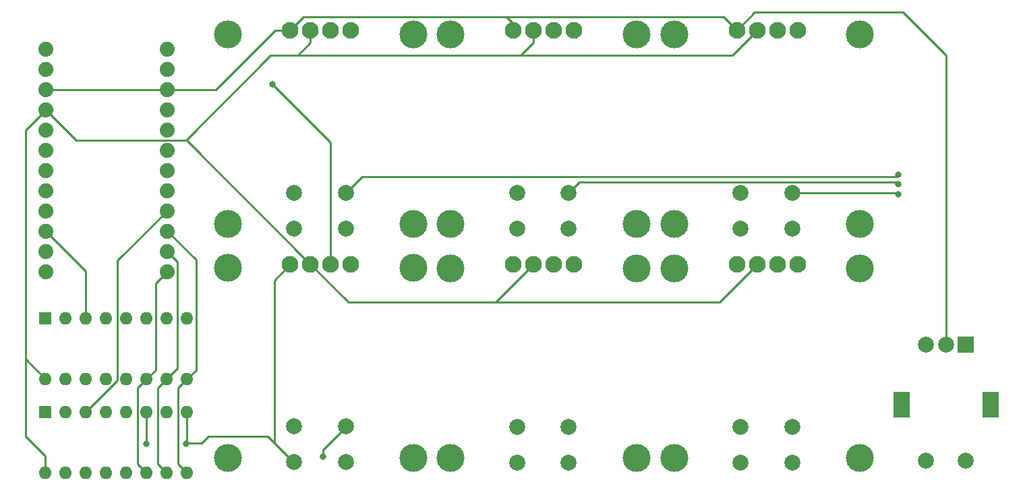
<source format=gbr>
%TF.GenerationSoftware,KiCad,Pcbnew,6.0.9-8da3e8f707~117~ubuntu22.04.1*%
%TF.CreationDate,2022-12-27T22:22:46-06:00*%
%TF.ProjectId,macropad2,6d616372-6f70-4616-9432-2e6b69636164,rev?*%
%TF.SameCoordinates,Original*%
%TF.FileFunction,Copper,L1,Top*%
%TF.FilePolarity,Positive*%
%FSLAX46Y46*%
G04 Gerber Fmt 4.6, Leading zero omitted, Abs format (unit mm)*
G04 Created by KiCad (PCBNEW 6.0.9-8da3e8f707~117~ubuntu22.04.1) date 2022-12-27 22:22:46*
%MOMM*%
%LPD*%
G01*
G04 APERTURE LIST*
%TA.AperFunction,ComponentPad*%
%ADD10C,2.100000*%
%TD*%
%TA.AperFunction,WasherPad*%
%ADD11C,3.500000*%
%TD*%
%TA.AperFunction,ComponentPad*%
%ADD12C,2.000000*%
%TD*%
%TA.AperFunction,ComponentPad*%
%ADD13R,1.600000X1.600000*%
%TD*%
%TA.AperFunction,ComponentPad*%
%ADD14O,1.600000X1.600000*%
%TD*%
%TA.AperFunction,ComponentPad*%
%ADD15C,1.879600*%
%TD*%
%TA.AperFunction,ComponentPad*%
%ADD16R,2.000000X2.000000*%
%TD*%
%TA.AperFunction,ComponentPad*%
%ADD17R,2.000000X3.200000*%
%TD*%
%TA.AperFunction,ViaPad*%
%ADD18C,0.800000*%
%TD*%
%TA.AperFunction,Conductor*%
%ADD19C,0.250000*%
%TD*%
G04 APERTURE END LIST*
D10*
%TO.P,OLED5,4,SDA*%
%TO.N,OLED_SDA_5*%
X153060000Y-69675000D03*
%TO.P,OLED5,3,SCL*%
%TO.N,SCL*%
X150520000Y-69675000D03*
%TO.P,OLED5,2,VCC*%
%TO.N,3v3*%
X147980000Y-69675000D03*
%TO.P,OLED5,1,GND*%
%TO.N,GND*%
X145440000Y-69675000D03*
D11*
%TO.P,OLED5,*%
%TO.N,*%
X137600000Y-70175000D03*
X160900000Y-93975000D03*
X137600000Y-93975000D03*
X160900000Y-70175000D03*
%TD*%
D12*
%TO.P,SW5,2,B*%
%TO.N,GND*%
X152425000Y-94550000D03*
X145925000Y-94550000D03*
%TO.P,SW5,1,A*%
%TO.N,SW_5*%
X145925000Y-90050000D03*
X152425000Y-90050000D03*
%TD*%
D10*
%TO.P,OLED4,4,SDA*%
%TO.N,OLED_SDA_4*%
X125085000Y-69600000D03*
%TO.P,OLED4,3,SCL*%
%TO.N,SCL*%
X122545000Y-69600000D03*
%TO.P,OLED4,2,VCC*%
%TO.N,3v3*%
X120005000Y-69600000D03*
%TO.P,OLED4,1,GND*%
%TO.N,GND*%
X117465000Y-69600000D03*
D11*
%TO.P,OLED4,*%
%TO.N,*%
X109625000Y-70100000D03*
X132925000Y-93900000D03*
X109625000Y-93900000D03*
X132925000Y-70100000D03*
%TD*%
D12*
%TO.P,SW4,2,B*%
%TO.N,GND*%
X124450000Y-94475000D03*
X117950000Y-94475000D03*
%TO.P,SW4,1,A*%
%TO.N,SW_4*%
X117950000Y-89975000D03*
X124450000Y-89975000D03*
%TD*%
D13*
%TO.P,U3,1,A4*%
%TO.N,SW_5*%
X86725000Y-88200000D03*
D14*
%TO.P,U3,2,A6*%
%TO.N,unconnected-(U3-Pad2)*%
X89265000Y-88200000D03*
%TO.P,U3,3,A*%
%TO.N,SWITCH_SIG*%
X91805000Y-88200000D03*
%TO.P,U3,4,A7*%
%TO.N,unconnected-(U3-Pad4)*%
X94345000Y-88200000D03*
%TO.P,U3,5,A5*%
%TO.N,SW_6*%
X96885000Y-88200000D03*
%TO.P,U3,6,~{E}*%
%TO.N,GND*%
X99425000Y-88200000D03*
%TO.P,U3,7,VEE*%
%TO.N,unconnected-(U3-Pad7)*%
X101965000Y-88200000D03*
%TO.P,U3,8,GND*%
%TO.N,GND*%
X104505000Y-88200000D03*
%TO.P,U3,9,S2*%
%TO.N,ADDR2*%
X104505000Y-95820000D03*
%TO.P,U3,10,S1*%
%TO.N,ADDR1*%
X101965000Y-95820000D03*
%TO.P,U3,11,S0*%
%TO.N,ADDR0*%
X99425000Y-95820000D03*
%TO.P,U3,12,A3*%
%TO.N,SW_4*%
X96885000Y-95820000D03*
%TO.P,U3,13,A0*%
%TO.N,SW_3*%
X94345000Y-95820000D03*
%TO.P,U3,14,A1*%
%TO.N,SW_2*%
X91805000Y-95820000D03*
%TO.P,U3,15,A2*%
%TO.N,SW_1*%
X89265000Y-95820000D03*
%TO.P,U3,16,VCC*%
%TO.N,3v3*%
X86725000Y-95820000D03*
%TD*%
D15*
%TO.P,U2,1,TX*%
%TO.N,unconnected-(U2-Pad1)*%
X102000000Y-42600000D03*
%TO.P,U2,2,RX*%
%TO.N,unconnected-(U2-Pad2)*%
X102000000Y-45140000D03*
%TO.P,U2,3,GND*%
%TO.N,GND*%
X102000000Y-47680000D03*
%TO.P,U2,4,GND*%
X102000000Y-50220000D03*
%TO.P,U2,5,GPIO2*%
%TO.N,unconnected-(U2-Pad5)*%
X102000000Y-52760000D03*
%TO.P,U2,6,GPIO3*%
%TO.N,ROTARY_A*%
X102000000Y-55300000D03*
%TO.P,U2,7,GPIO4*%
%TO.N,ROTARY_B*%
X102000000Y-57840000D03*
%TO.P,U2,8,GPIO5*%
%TO.N,ROTARY_SW*%
X102000000Y-60380000D03*
%TO.P,U2,9,GPIO6*%
%TO.N,SWITCH_SIG*%
X102000000Y-62920000D03*
%TO.P,U2,10,GPIO7*%
%TO.N,ADDR2*%
X102000000Y-65460000D03*
%TO.P,U2,11,GPIO8*%
%TO.N,ADDR1*%
X102000000Y-68000000D03*
%TO.P,U2,12,GPIO9*%
%TO.N,ADDR0*%
X102000000Y-70540000D03*
%TO.P,U2,13,GPIO21*%
%TO.N,SCL*%
X86760000Y-70540000D03*
%TO.P,U2,14,GPIO23*%
%TO.N,unconnected-(U2-Pad14)*%
X86760000Y-68000000D03*
%TO.P,U2,15,GPIO20*%
%TO.N,OLED_SDA*%
X86760000Y-65460000D03*
%TO.P,U2,16,GPIO22*%
%TO.N,unconnected-(U2-Pad16)*%
X86760000Y-62920000D03*
%TO.P,U2,17,GPIO26*%
%TO.N,unconnected-(U2-Pad17)*%
X86760000Y-60380000D03*
%TO.P,U2,18,GPIO27*%
%TO.N,unconnected-(U2-Pad18)*%
X86760000Y-57840000D03*
%TO.P,U2,19,GPIO28*%
%TO.N,unconnected-(U2-Pad19)*%
X86760000Y-55300000D03*
%TO.P,U2,20,GPIO29*%
%TO.N,unconnected-(U2-Pad20)*%
X86760000Y-52760000D03*
%TO.P,U2,21,VCC*%
%TO.N,3v3*%
X86760000Y-50220000D03*
%TO.P,U2,22,GND*%
%TO.N,GND*%
X86760000Y-47680000D03*
%TO.P,U2,23,RST*%
%TO.N,unconnected-(U2-Pad23)*%
X86760000Y-45140000D03*
%TO.P,U2,24,RAW*%
%TO.N,unconnected-(U2-Pad24)*%
X86760000Y-42600000D03*
%TD*%
D14*
%TO.P,U1,16,VCC*%
%TO.N,3v3*%
X86725000Y-84020000D03*
%TO.P,U1,15,A2*%
%TO.N,OLED_SDA_3*%
X89265000Y-84020000D03*
%TO.P,U1,14,A1*%
%TO.N,OLED_SDA_4*%
X91805000Y-84020000D03*
%TO.P,U1,13,A0*%
%TO.N,OLED_SDA_5*%
X94345000Y-84020000D03*
%TO.P,U1,12,A3*%
%TO.N,OLED_SDA_6*%
X96885000Y-84020000D03*
%TO.P,U1,11,S0*%
%TO.N,ADDR0*%
X99425000Y-84020000D03*
%TO.P,U1,10,S1*%
%TO.N,ADDR1*%
X101965000Y-84020000D03*
%TO.P,U1,9,S2*%
%TO.N,ADDR2*%
X104505000Y-84020000D03*
%TO.P,U1,8,GND*%
%TO.N,GND*%
X104505000Y-76400000D03*
%TO.P,U1,7,VEE*%
%TO.N,unconnected-(U1-Pad7)*%
X101965000Y-76400000D03*
%TO.P,U1,6,~{E}*%
%TO.N,GND*%
X99425000Y-76400000D03*
%TO.P,U1,5,A5*%
%TO.N,OLED_SDA_2*%
X96885000Y-76400000D03*
%TO.P,U1,4,A7*%
%TO.N,unconnected-(U1-Pad4)*%
X94345000Y-76400000D03*
%TO.P,U1,3,A*%
%TO.N,OLED_SDA*%
X91805000Y-76400000D03*
%TO.P,U1,2,A6*%
%TO.N,unconnected-(U1-Pad2)*%
X89265000Y-76400000D03*
D13*
%TO.P,U1,1,A4*%
%TO.N,OLED_SDA_1*%
X86725000Y-76400000D03*
%TD*%
D16*
%TO.P,SW7,A,A*%
%TO.N,ROTARY_A*%
X202300000Y-79750000D03*
D12*
%TO.P,SW7,B,B*%
%TO.N,ROTARY_B*%
X197300000Y-79750000D03*
%TO.P,SW7,C,C*%
%TO.N,GND*%
X199800000Y-79750000D03*
D17*
%TO.P,SW7,MP*%
%TO.N,N/C*%
X194200000Y-87250000D03*
X205400000Y-87250000D03*
D12*
%TO.P,SW7,S1,S1*%
%TO.N,GND*%
X197300000Y-94250000D03*
%TO.P,SW7,S2,S2*%
%TO.N,ROTARY_SW*%
X202300000Y-94250000D03*
%TD*%
%TO.P,SW6,1,A*%
%TO.N,SW_6*%
X180500000Y-90050000D03*
X174000000Y-90050000D03*
%TO.P,SW6,2,B*%
%TO.N,GND*%
X174000000Y-94550000D03*
X180500000Y-94550000D03*
%TD*%
%TO.P,SW3,1,A*%
%TO.N,SW_3*%
X180500000Y-60650000D03*
X174000000Y-60650000D03*
%TO.P,SW3,2,B*%
%TO.N,GND*%
X174000000Y-65150000D03*
X180500000Y-65150000D03*
%TD*%
%TO.P,SW2,1,A*%
%TO.N,SW_2*%
X152425000Y-60675000D03*
X145925000Y-60675000D03*
%TO.P,SW2,2,B*%
%TO.N,GND*%
X145925000Y-65175000D03*
X152425000Y-65175000D03*
%TD*%
%TO.P,SW1,1,A*%
%TO.N,SW_1*%
X124450000Y-60650000D03*
X117950000Y-60650000D03*
%TO.P,SW1,2,B*%
%TO.N,GND*%
X117950000Y-65150000D03*
X124450000Y-65150000D03*
%TD*%
D10*
%TO.P,OLED6,4,SDA*%
%TO.N,OLED_SDA_6*%
X181135000Y-69675000D03*
%TO.P,OLED6,3,SCL*%
%TO.N,SCL*%
X178595000Y-69675000D03*
%TO.P,OLED6,2,VCC*%
%TO.N,3v3*%
X176055000Y-69675000D03*
%TO.P,OLED6,1,GND*%
%TO.N,GND*%
X173515000Y-69675000D03*
D11*
%TO.P,OLED6,*%
%TO.N,*%
X165675000Y-70175000D03*
X188975000Y-93975000D03*
X165675000Y-93975000D03*
X188975000Y-70175000D03*
%TD*%
D10*
%TO.P,OLED3,4,SDA*%
%TO.N,OLED_SDA_3*%
X181135000Y-40275000D03*
%TO.P,OLED3,3,SCL*%
%TO.N,SCL*%
X178595000Y-40275000D03*
%TO.P,OLED3,2,VCC*%
%TO.N,3v3*%
X176055000Y-40275000D03*
%TO.P,OLED3,1,GND*%
%TO.N,GND*%
X173515000Y-40275000D03*
D11*
%TO.P,OLED3,*%
%TO.N,*%
X165675000Y-40775000D03*
X188975000Y-64575000D03*
X165675000Y-64575000D03*
X188975000Y-40775000D03*
%TD*%
%TO.P,OLED2,*%
%TO.N,*%
X160900000Y-40800000D03*
X137600000Y-64600000D03*
X160900000Y-64600000D03*
X137600000Y-40800000D03*
D10*
%TO.P,OLED2,1,GND*%
%TO.N,GND*%
X145440000Y-40300000D03*
%TO.P,OLED2,2,VCC*%
%TO.N,3v3*%
X147980000Y-40300000D03*
%TO.P,OLED2,3,SCL*%
%TO.N,SCL*%
X150520000Y-40300000D03*
%TO.P,OLED2,4,SDA*%
%TO.N,OLED_SDA_2*%
X153060000Y-40300000D03*
%TD*%
D11*
%TO.P,OLED1,*%
%TO.N,*%
X132925000Y-40775000D03*
X109625000Y-64575000D03*
X132925000Y-64575000D03*
X109625000Y-40775000D03*
D10*
%TO.P,OLED1,1,GND*%
%TO.N,GND*%
X117465000Y-40275000D03*
%TO.P,OLED1,2,VCC*%
%TO.N,3v3*%
X120005000Y-40275000D03*
%TO.P,OLED1,3,SCL*%
%TO.N,SCL*%
X122545000Y-40275000D03*
%TO.P,OLED1,4,SDA*%
%TO.N,OLED_SDA_1*%
X125085000Y-40275000D03*
%TD*%
D18*
%TO.N,SCL*%
X115200000Y-47000000D03*
%TO.N,GND*%
X99400000Y-92200000D03*
X104400000Y-92200000D03*
%TO.N,SW_4*%
X121600000Y-93800000D03*
%TO.N,SW_3*%
X193800000Y-60800000D03*
%TO.N,SW_2*%
X193800000Y-59600000D03*
%TO.N,SW_1*%
X193800000Y-58400000D03*
%TD*%
D19*
%TO.N,GND*%
X173515000Y-40275000D02*
X175790000Y-38000000D01*
X175790000Y-38000000D02*
X194400000Y-38000000D01*
X194400000Y-38000000D02*
X199800000Y-43400000D01*
X199800000Y-43400000D02*
X199800000Y-79750000D01*
X173515000Y-40275000D02*
X171840000Y-38600000D01*
X171840000Y-38600000D02*
X144600000Y-38600000D01*
%TO.N,3v3*%
X120005000Y-69600000D02*
X104429800Y-54024800D01*
X104429800Y-54024800D02*
X104354800Y-54024800D01*
X124730000Y-74400000D02*
X124730000Y-74325000D01*
X124730000Y-74325000D02*
X120005000Y-69600000D01*
%TO.N,GND*%
X107200000Y-91200000D02*
X114600000Y-91200000D01*
X114600000Y-91200000D02*
X115500000Y-92100000D01*
X104400000Y-92200000D02*
X104500000Y-92100000D01*
X104500000Y-92100000D02*
X106300000Y-92100000D01*
X106300000Y-92100000D02*
X107200000Y-91200000D01*
X115500000Y-92100000D02*
X115500000Y-71640000D01*
X115500000Y-71640000D02*
X117465000Y-69675000D01*
X115500000Y-92100000D02*
X117950000Y-94550000D01*
%TO.N,OLED_SDA*%
X91805000Y-76400000D02*
X91805000Y-70505000D01*
X91805000Y-70505000D02*
X86760000Y-65460000D01*
%TO.N,GND*%
X119140000Y-38600000D02*
X144600000Y-38600000D01*
X117465000Y-40275000D02*
X119140000Y-38600000D01*
X144600000Y-38600000D02*
X145440000Y-39440000D01*
X145440000Y-39440000D02*
X145440000Y-40300000D01*
X117465000Y-40275000D02*
X115525000Y-40275000D01*
X115525000Y-40275000D02*
X108120000Y-47680000D01*
X108120000Y-47680000D02*
X102000000Y-47680000D01*
%TO.N,SCL*%
X115200000Y-47000000D02*
X122545000Y-54345000D01*
X122545000Y-54345000D02*
X122545000Y-69675000D01*
%TO.N,3v3*%
X84200000Y-81000000D02*
X84200000Y-52780000D01*
X84200000Y-52780000D02*
X86760000Y-50220000D01*
X84200000Y-91200000D02*
X84200000Y-81000000D01*
X86725000Y-84020000D02*
X84200000Y-81495000D01*
X84200000Y-81495000D02*
X84200000Y-81000000D01*
X84400000Y-91400000D02*
X84200000Y-91200000D01*
X86725000Y-95820000D02*
X86725000Y-93725000D01*
X86725000Y-93725000D02*
X84400000Y-91400000D01*
%TO.N,ADDR2*%
X102000000Y-65460000D02*
X105630000Y-69090000D01*
X105630000Y-69090000D02*
X105630000Y-82895000D01*
X105630000Y-82895000D02*
X104505000Y-84020000D01*
%TO.N,ADDR1*%
X102000000Y-68000000D02*
X103264800Y-69264800D01*
X103264800Y-69264800D02*
X103264800Y-82720200D01*
X103264800Y-82720200D02*
X101965000Y-84020000D01*
%TO.N,ADDR0*%
X102000000Y-70540000D02*
X100550000Y-71990000D01*
X100550000Y-71990000D02*
X100550000Y-82895000D01*
X100550000Y-82895000D02*
X99425000Y-84020000D01*
%TO.N,3v3*%
X114979600Y-43400000D02*
X118400000Y-43400000D01*
X118400000Y-43400000D02*
X146600000Y-43400000D01*
X120005000Y-40275000D02*
X120005000Y-41795000D01*
X120005000Y-41795000D02*
X118400000Y-43400000D01*
X172930000Y-43400000D02*
X146600000Y-43400000D01*
X146600000Y-43400000D02*
X146400000Y-43400000D01*
X147980000Y-40300000D02*
X147980000Y-41820000D01*
X147980000Y-41820000D02*
X146400000Y-43400000D01*
X176055000Y-40275000D02*
X172930000Y-43400000D01*
X114979600Y-43400000D02*
X104354800Y-54024800D01*
X143255000Y-74400000D02*
X171330000Y-74400000D01*
X171330000Y-74400000D02*
X176055000Y-69675000D01*
X124730000Y-74400000D02*
X143255000Y-74400000D01*
X143255000Y-74400000D02*
X147980000Y-69675000D01*
X104354800Y-54024800D02*
X90564800Y-54024800D01*
X90564800Y-54024800D02*
X86760000Y-50220000D01*
%TO.N,SWITCH_SIG*%
X91805000Y-88200000D02*
X95760000Y-84245000D01*
X95760000Y-84245000D02*
X95760000Y-69160000D01*
X95760000Y-69160000D02*
X102000000Y-62920000D01*
%TO.N,GND*%
X104505000Y-88200000D02*
X104505000Y-92095000D01*
X104505000Y-92095000D02*
X104400000Y-92200000D01*
X99425000Y-88200000D02*
X99425000Y-92175000D01*
X99425000Y-92175000D02*
X99400000Y-92200000D01*
%TO.N,ADDR2*%
X104505000Y-84020000D02*
X103380000Y-85145000D01*
X103380000Y-85145000D02*
X103380000Y-94695000D01*
X103380000Y-94695000D02*
X104505000Y-95820000D01*
%TO.N,ADDR1*%
X101965000Y-84020000D02*
X100840000Y-85145000D01*
X100840000Y-85145000D02*
X100840000Y-94695000D01*
X100840000Y-94695000D02*
X101965000Y-95820000D01*
%TO.N,ADDR0*%
X99425000Y-84020000D02*
X98300000Y-85145000D01*
X98300000Y-85145000D02*
X98300000Y-94695000D01*
X98300000Y-94695000D02*
X99425000Y-95820000D01*
%TO.N,GND*%
X102000000Y-47680000D02*
X86760000Y-47680000D01*
%TO.N,SW_4*%
X121600000Y-93800000D02*
X121600000Y-92900000D01*
X121600000Y-92900000D02*
X124450000Y-90050000D01*
%TO.N,SW_3*%
X193800000Y-60800000D02*
X193650000Y-60650000D01*
X193650000Y-60650000D02*
X180500000Y-60650000D01*
%TO.N,SW_1*%
X124450000Y-60650000D02*
X126500000Y-58600000D01*
X126500000Y-58600000D02*
X193600000Y-58600000D01*
X193600000Y-58600000D02*
X193800000Y-58400000D01*
%TO.N,SW_2*%
X152425000Y-60675000D02*
X153775000Y-59325000D01*
X153775000Y-59325000D02*
X193525000Y-59325000D01*
X193525000Y-59325000D02*
X193800000Y-59600000D01*
%TD*%
M02*

</source>
